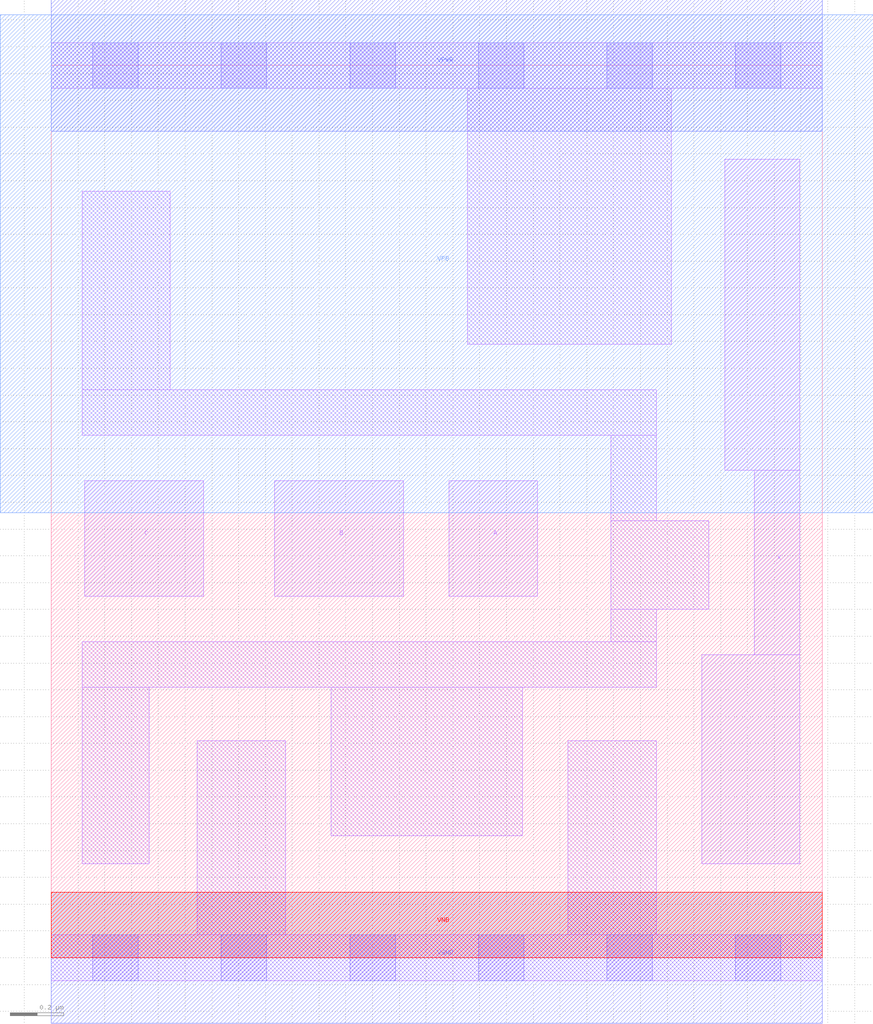
<source format=lef>
# Copyright 2020 The SkyWater PDK Authors
#
# Licensed under the Apache License, Version 2.0 (the "License");
# you may not use this file except in compliance with the License.
# You may obtain a copy of the License at
#
#     https://www.apache.org/licenses/LICENSE-2.0
#
# Unless required by applicable law or agreed to in writing, software
# distributed under the License is distributed on an "AS IS" BASIS,
# WITHOUT WARRANTIES OR CONDITIONS OF ANY KIND, either express or implied.
# See the License for the specific language governing permissions and
# limitations under the License.
#
# SPDX-License-Identifier: Apache-2.0

VERSION 5.7 ;
  NOWIREEXTENSIONATPIN ON ;
  DIVIDERCHAR "/" ;
  BUSBITCHARS "[]" ;
MACRO sky130_fd_sc_hs__or3_1
  CLASS CORE ;
  FOREIGN sky130_fd_sc_hs__or3_1 ;
  ORIGIN  0.000000  0.000000 ;
  SIZE  2.880000 BY  3.330000 ;
  SYMMETRY X Y ;
  SITE unit ;
  PIN A
    ANTENNAGATEAREA  0.232500 ;
    DIRECTION INPUT ;
    USE SIGNAL ;
    PORT
      LAYER li1 ;
        RECT 1.485000 1.350000 1.815000 1.780000 ;
    END
  END A
  PIN B
    ANTENNAGATEAREA  0.232500 ;
    DIRECTION INPUT ;
    USE SIGNAL ;
    PORT
      LAYER li1 ;
        RECT 0.835000 1.350000 1.315000 1.780000 ;
    END
  END B
  PIN C
    ANTENNAGATEAREA  0.232500 ;
    DIRECTION INPUT ;
    USE SIGNAL ;
    PORT
      LAYER li1 ;
        RECT 0.125000 1.350000 0.570000 1.780000 ;
    END
  END C
  PIN X
    ANTENNADIFFAREA  0.541300 ;
    DIRECTION OUTPUT ;
    USE SIGNAL ;
    PORT
      LAYER li1 ;
        RECT 2.430000 0.350000 2.795000 1.130000 ;
        RECT 2.515000 1.820000 2.795000 2.980000 ;
        RECT 2.625000 1.130000 2.795000 1.820000 ;
    END
  END X
  PIN VGND
    DIRECTION INOUT ;
    USE GROUND ;
    PORT
      LAYER met1 ;
        RECT 0.000000 -0.245000 2.880000 0.245000 ;
    END
  END VGND
  PIN VNB
    DIRECTION INOUT ;
    USE GROUND ;
    PORT
      LAYER pwell ;
        RECT 0.000000 0.000000 2.880000 0.245000 ;
    END
  END VNB
  PIN VPB
    DIRECTION INOUT ;
    USE POWER ;
    PORT
      LAYER nwell ;
        RECT -0.190000 1.660000 3.070000 3.520000 ;
    END
  END VPB
  PIN VPWR
    DIRECTION INOUT ;
    USE POWER ;
    PORT
      LAYER met1 ;
        RECT 0.000000 3.085000 2.880000 3.575000 ;
    END
  END VPWR
  OBS
    LAYER li1 ;
      RECT 0.000000 -0.085000 2.880000 0.085000 ;
      RECT 0.000000  3.245000 2.880000 3.415000 ;
      RECT 0.115000  0.350000 0.365000 1.010000 ;
      RECT 0.115000  1.010000 2.260000 1.180000 ;
      RECT 0.115000  1.950000 2.260000 2.120000 ;
      RECT 0.115000  2.120000 0.445000 2.860000 ;
      RECT 0.545000  0.085000 0.875000 0.810000 ;
      RECT 1.045000  0.455000 1.760000 1.010000 ;
      RECT 1.555000  2.290000 2.315000 3.245000 ;
      RECT 1.930000  0.085000 2.260000 0.810000 ;
      RECT 2.090000  1.180000 2.260000 1.300000 ;
      RECT 2.090000  1.300000 2.455000 1.630000 ;
      RECT 2.090000  1.630000 2.260000 1.950000 ;
    LAYER mcon ;
      RECT 0.155000 -0.085000 0.325000 0.085000 ;
      RECT 0.155000  3.245000 0.325000 3.415000 ;
      RECT 0.635000 -0.085000 0.805000 0.085000 ;
      RECT 0.635000  3.245000 0.805000 3.415000 ;
      RECT 1.115000 -0.085000 1.285000 0.085000 ;
      RECT 1.115000  3.245000 1.285000 3.415000 ;
      RECT 1.595000 -0.085000 1.765000 0.085000 ;
      RECT 1.595000  3.245000 1.765000 3.415000 ;
      RECT 2.075000 -0.085000 2.245000 0.085000 ;
      RECT 2.075000  3.245000 2.245000 3.415000 ;
      RECT 2.555000 -0.085000 2.725000 0.085000 ;
      RECT 2.555000  3.245000 2.725000 3.415000 ;
  END
END sky130_fd_sc_hs__or3_1
END LIBRARY

</source>
